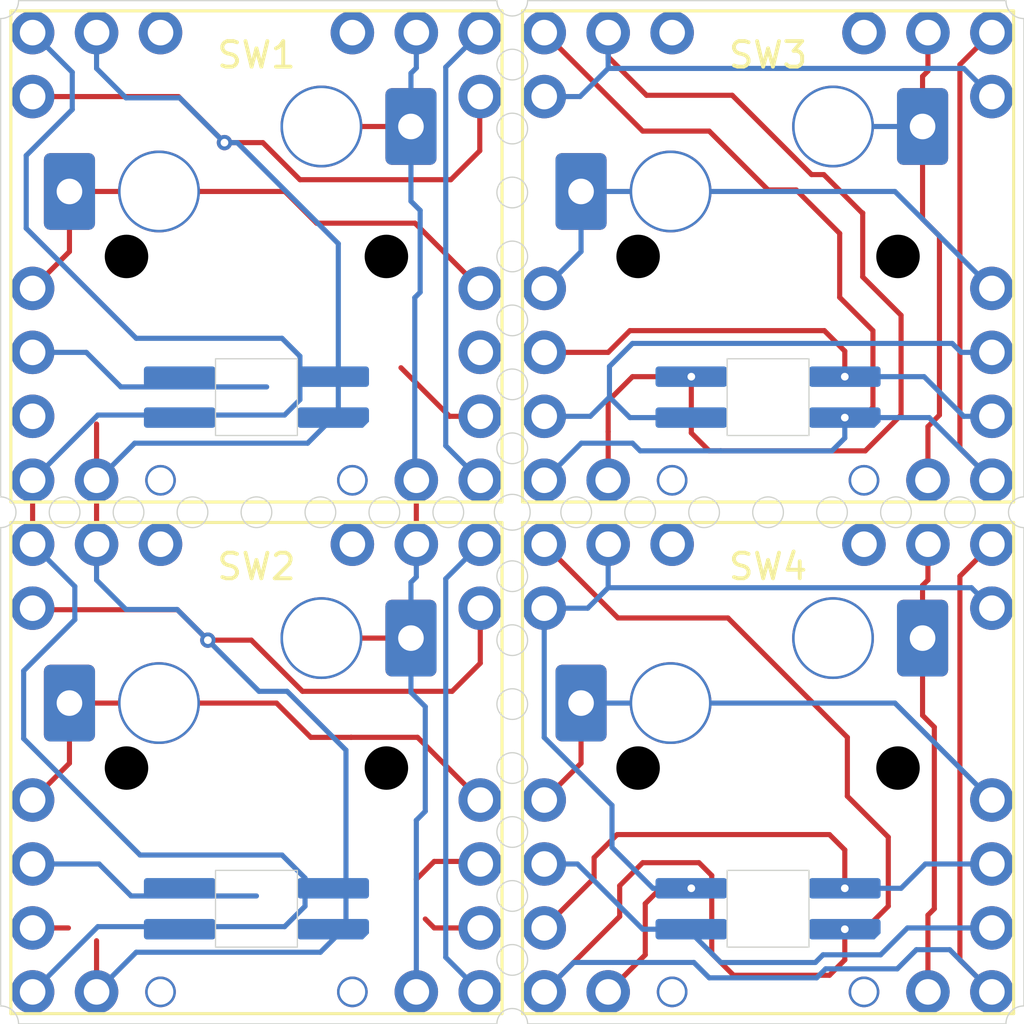
<source format=kicad_pcb>
(kicad_pcb (version 20241229) (generator "pcbnew") (generator_version "9.0")
  (layers (0 "F.Cu" signal) (2 "B.Cu" signal) (13 "F.Paste" user) (15 "B.Paste" user) (5 "F.SilkS" user "F.Silkscreen") (7 "B.SilkS" user "B.Silkscreen") (1 "F.Mask" user) (3 "B.Mask" user) (25 "Edge.Cuts" user))
  (net 0 "")
  (net 1 "Net-(D1-DIN)")
  (net 2 "VCC")
  (net 3 "GND")
  (net 4 "Net-(D1-DOUT)")
  (net 5 "Net-(D2-DOUT)")
  (net 6 "Net-(D2-DIN)")
  (net 7 "unconnected-(SW3-Pad4)")
  (net 8 "unconnected-(SW3-Pad3)")
  (net 9 "Net-(SW1-Pad1)")
  (net 10 "Net-(SW1-Pad2)")
  (net 11 "Net-(SW2-Pad1)")
  (net 12 "Net-(SW3-Pad2)")
  (net 13 "unconnected-(SW4-Pad3)")
  (net 14 "unconnected-(SW4-Pad4)")
  (footprint "mykbd:seat_ltor" (layer "F.Cu") (at 100 100)
    (property "Reference" "SW1" (at 0 -7.874 0) (layer "F.SilkS"))
    (property "Value" "mykbd")
    (fp_line (start -9.6 -9.6) (end 9.6 -9.6) (stroke (width 0.12)) (layer "F.SilkS"))
    (fp_line (start -9.6 9.6) (end -9.6 -9.6) (stroke (width 0.12)) (layer "F.SilkS"))
    (fp_line (start 9.6 -9.6) (end 9.6 9.6) (stroke (width 0.12)) (layer "F.SilkS"))
    (fp_line (start 9.6 9.6) (end -9.6 9.6) (stroke (width 0.12)) (layer "F.SilkS"))
    (fp_rect (start -1.6 4) (end 1.6 7) (stroke (width 0.05)) (fill no) (layer "Edge.Cuts"))
    (pad "" np_thru_hole circle (at -5.08 0) (size 4 4) (drill 1.7) (layers))
    (pad "" np_thru_hole circle (at 0 0) (size 4 4) (drill 4) (layers "*.Cu" "*.Mask"))
    (pad "" np_thru_hole circle (at 5.08 0) (size 4 4) (drill 1.7) (layers))
    (pad "1" thru_hole circle (at -8.75 1.25) (size 1.7 1.7) (drill oval 1) (layers "*.Cu" "*.Mask") (net 9 "Net-(SW1-Pad1)"))
    (pad "1" thru_hole roundrect (at -7.31 -2.54) (size 2 3) (drill 1) (layers "*.Cu" "*.Mask") (roundrect_rratio 0.125) (net 9 "Net-(SW1-Pad1)"))
    (pad "1" thru_hole circle (at -3.81 -2.54) (size 3.2 3.2) (drill 3) (layers "*.Cu" "*.Mask") (net 9 "Net-(SW1-Pad1)"))
    (pad "1" thru_hole circle (at 8.75 1.25) (size 1.7 1.7) (drill oval 1) (layers "*.Cu" "*.Mask") (net 9 "Net-(SW1-Pad1)"))
    (pad "2" thru_hole circle (at 2.54 -5.08) (size 3.2 3.2) (drill 3) (layers "*.Cu" "*.Mask") (net 10 "Net-(SW1-Pad2)"))
    (pad "2" thru_hole roundrect (at 6.04 -5.08) (size 2 3) (drill 1) (layers "*.Cu" "*.Mask") (roundrect_rratio 0.125) (net 10 "Net-(SW1-Pad2)"))
    (pad "2" thru_hole circle (at 6.25 -8.75) (size 1.7 1.7) (drill oval 1) (layers "*.Cu" "*.Mask") (net 10 "Net-(SW1-Pad2)"))
    (pad "2" thru_hole circle (at 6.25 8.75) (size 1.7 1.7) (drill oval 1) (layers "*.Cu" "*.Mask") (net 10 "Net-(SW1-Pad2)"))
    (pad "3" thru_hole circle (at -8.75 3.75) (size 1.7 1.7) (drill oval 1) (layers "*.Cu" "*.Mask") (net 1 "Net-(D1-DIN)"))
    (pad "3" smd roundrect (at 3 4.7) (size 2.8 0.8) (layers "B.Cu" "B.Mask" "B.Paste") (roundrect_rratio 0.15) (net 1 "Net-(D1-DIN)"))
    (pad "3" thru_hole circle (at 8.75 6.25) (size 1.7 1.7) (drill oval 1) (layers "*.Cu" "*.Mask") (net 1 "Net-(D1-DIN)"))
    (pad "4" thru_hole circle (at -8.75 6.25) (size 1.7 1.7) (drill oval 1) (layers "*.Cu" "*.Mask") (net 4 "Net-(D1-DOUT)"))
    (pad "4" smd roundrect (at -3 6.3) (size 2.8 0.8) (layers "B.Cu" "B.Mask" "B.Paste") (roundrect_rratio 0.15) (net 4 "Net-(D1-DOUT)"))
    (pad "4" thru_hole circle (at 8.75 3.75) (size 1.7 1.7) (drill oval 1) (layers "*.Cu" "*.Mask") (net 4 "Net-(D1-DOUT)"))
    (pad "5" thru_hole circle (at -8.75 -6.25) (size 1.7 1.7) (drill oval 1) (layers "*.Cu" "*.Mask") (net 2 "VCC"))
    (pad "5" thru_hole circle (at -6.25 -8.75) (size 1.7 1.7) (drill oval 1) (layers "*.Cu" "*.Mask") (net 2 "VCC"))
    (pad "5" thru_hole circle (at -6.25 8.75) (size 1.7 1.7) (drill oval 1) (layers "*.Cu" "*.Mask") (net 2 "VCC"))
    (pad "5" smd roundrect (at -3 4.7) (size 2.8 0.8) (layers "B.Cu" "B.Mask" "B.Paste") (roundrect_rratio 0.15) (net 2 "VCC"))
    (pad "5" thru_hole circle (at 8.75 -6.25) (size 1.7 1.7) (drill oval 1) (layers "*.Cu" "*.Mask") (net 2 "VCC"))
    (pad "6" thru_hole circle (at -8.75 -8.75) (size 1.7 1.7) (drill oval 1) (layers "*.Cu" "*.Mask") (net 3 "GND"))
    (pad "6" thru_hole circle (at -8.75 8.75) (size 1.7 1.7) (drill oval 1) (layers "*.Cu" "*.Mask") (net 3 "GND"))
    (pad "6" smd roundrect (at 3 6.3) (size 2.8 0.8) (layers "B.Cu" "B.Mask" "B.Paste") (roundrect_rratio 0.15) (chamfer_ratio 0.3) (chamfer bottom_right) (net 3 "GND"))
    (pad "6" thru_hole circle (at 8.75 -8.75) (size 1.7 1.7) (drill oval 1) (layers "*.Cu" "*.Mask") (net 3 "GND"))
    (pad "6" thru_hole circle (at 8.75 8.75) (size 1.7 1.7) (drill oval 1) (layers "*.Cu" "*.Mask") (net 3 "GND"))
    (pad "7" thru_hole circle (at -3.75 -8.75) (size 1.7 1.7) (drill oval 1) (layers "*.Cu" "*.Mask"))
    (pad "7" thru_hole circle (at -3.75 8.75) (size 1.2 1.2) (drill oval 1) (layers "*.Cu" "*.Mask"))
    (pad "8" thru_hole circle (at 3.75 -8.75) (size 1.7 1.7) (drill oval 1) (layers "*.Cu" "*.Mask"))
    (pad "8" thru_hole circle (at 3.75 8.75) (size 1.2 1.2) (drill oval 1) (layers "*.Cu" "*.Mask"))
  )
  (footprint "mykbd:seat_ltor" (layer "F.Cu") (at 120 100)
    (property "Reference" "SW3" (at 0 -7.874 0) (layer "F.SilkS"))
    (property "Value" "mykbd")
    (fp_line (start -9.6 -9.6) (end 9.6 -9.6) (stroke (width 0.12)) (layer "F.SilkS"))
    (fp_line (start -9.6 9.6) (end -9.6 -9.6) (stroke (width 0.12)) (layer "F.SilkS"))
    (fp_line (start 9.6 -9.6) (end 9.6 9.6) (stroke (width 0.12)) (layer "F.SilkS"))
    (fp_line (start 9.6 9.6) (end -9.6 9.6) (stroke (width 0.12)) (layer "F.SilkS"))
    (fp_rect (start -1.6 4) (end 1.6 7) (stroke (width 0.05)) (fill no) (layer "Edge.Cuts"))
    (pad "" np_thru_hole circle (at -5.08 0) (size 4 4) (drill 1.7) (layers))
    (pad "" np_thru_hole circle (at 0 0) (size 4 4) (drill 4) (layers "*.Cu" "*.Mask"))
    (pad "" np_thru_hole circle (at 5.08 0) (size 4 4) (drill 1.7) (layers))
    (pad "1" thru_hole circle (at -8.75 1.25) (size 1.7 1.7) (drill oval 1) (layers "*.Cu" "*.Mask") (net 9 "Net-(SW1-Pad1)"))
    (pad "1" thru_hole roundrect (at -7.31 -2.54) (size 2 3) (drill 1) (layers "*.Cu" "*.Mask") (roundrect_rratio 0.125) (net 9 "Net-(SW1-Pad1)"))
    (pad "1" thru_hole circle (at -3.81 -2.54) (size 3.2 3.2) (drill 3) (layers "*.Cu" "*.Mask") (net 9 "Net-(SW1-Pad1)"))
    (pad "1" thru_hole circle (at 8.75 1.25) (size 1.7 1.7) (drill oval 1) (layers "*.Cu" "*.Mask") (net 9 "Net-(SW1-Pad1)"))
    (pad "2" thru_hole circle (at 2.54 -5.08) (size 3.2 3.2) (drill 3) (layers "*.Cu" "*.Mask") (net 12 "Net-(SW3-Pad2)"))
    (pad "2" thru_hole roundrect (at 6.04 -5.08) (size 2 3) (drill 1) (layers "*.Cu" "*.Mask") (roundrect_rratio 0.125) (net 12 "Net-(SW3-Pad2)"))
    (pad "2" thru_hole circle (at 6.25 -8.75) (size 1.7 1.7) (drill oval 1) (layers "*.Cu" "*.Mask") (net 12 "Net-(SW3-Pad2)"))
    (pad "2" thru_hole circle (at 6.25 8.75) (size 1.7 1.7) (drill oval 1) (layers "*.Cu" "*.Mask") (net 12 "Net-(SW3-Pad2)"))
    (pad "3" thru_hole circle (at -8.75 3.75) (size 1.7 1.7) (drill oval 1) (layers "*.Cu" "*.Mask") (net 8 "unconnected-(SW3-Pad3)"))
    (pad "3" smd roundrect (at 3 4.7) (size 2.8 0.8) (layers "B.Cu" "B.Mask" "B.Paste") (roundrect_rratio 0.15) (net 8 "unconnected-(SW3-Pad3)"))
    (pad "3" thru_hole circle (at 8.75 6.25) (size 1.7 1.7) (drill oval 1) (layers "*.Cu" "*.Mask") (net 8 "unconnected-(SW3-Pad3)"))
    (pad "4" thru_hole circle (at -8.75 6.25) (size 1.7 1.7) (drill oval 1) (layers "*.Cu" "*.Mask") (net 7 "unconnected-(SW3-Pad4)"))
    (pad "4" smd roundrect (at -3 6.3) (size 2.8 0.8) (layers "B.Cu" "B.Mask" "B.Paste") (roundrect_rratio 0.15) (net 7 "unconnected-(SW3-Pad4)"))
    (pad "4" thru_hole circle (at 8.75 3.75) (size 1.7 1.7) (drill oval 1) (layers "*.Cu" "*.Mask") (net 7 "unconnected-(SW3-Pad4)"))
    (pad "5" thru_hole circle (at -8.75 -6.25) (size 1.7 1.7) (drill oval 1) (layers "*.Cu" "*.Mask") (net 2 "VCC"))
    (pad "5" thru_hole circle (at -6.25 -8.75) (size 1.7 1.7) (drill oval 1) (layers "*.Cu" "*.Mask") (net 2 "VCC"))
    (pad "5" thru_hole circle (at -6.25 8.75) (size 1.7 1.7) (drill oval 1) (layers "*.Cu" "*.Mask") (net 2 "VCC"))
    (pad "5" smd roundrect (at -3 4.7) (size 2.8 0.8) (layers "B.Cu" "B.Mask" "B.Paste") (roundrect_rratio 0.15) (net 2 "VCC"))
    (pad "5" thru_hole circle (at 8.75 -6.25) (size 1.7 1.7) (drill oval 1) (layers "*.Cu" "*.Mask") (net 2 "VCC"))
    (pad "6" thru_hole circle (at -8.75 -8.75) (size 1.7 1.7) (drill oval 1) (layers "*.Cu" "*.Mask") (net 3 "GND"))
    (pad "6" thru_hole circle (at -8.75 8.75) (size 1.7 1.7) (drill oval 1) (layers "*.Cu" "*.Mask") (net 3 "GND"))
    (pad "6" smd roundrect (at 3 6.3) (size 2.8 0.8) (layers "B.Cu" "B.Mask" "B.Paste") (roundrect_rratio 0.15) (chamfer_ratio 0.3) (chamfer bottom_right) (net 3 "GND"))
    (pad "6" thru_hole circle (at 8.75 -8.75) (size 1.7 1.7) (drill oval 1) (layers "*.Cu" "*.Mask") (net 3 "GND"))
    (pad "6" thru_hole circle (at 8.75 8.75) (size 1.7 1.7) (drill oval 1) (layers "*.Cu" "*.Mask") (net 3 "GND"))
    (pad "7" thru_hole circle (at -3.75 -8.75) (size 1.7 1.7) (drill oval 1) (layers "*.Cu" "*.Mask"))
    (pad "7" thru_hole circle (at -3.75 8.75) (size 1.2 1.2) (drill oval 1) (layers "*.Cu" "*.Mask"))
    (pad "8" thru_hole circle (at 3.75 -8.75) (size 1.7 1.7) (drill oval 1) (layers "*.Cu" "*.Mask"))
    (pad "8" thru_hole circle (at 3.75 8.75) (size 1.2 1.2) (drill oval 1) (layers "*.Cu" "*.Mask"))
  )
  (footprint "mykbd:seat_rtol" (layer "F.Cu") (at 100 120)
    (property "Reference" "SW2" (at 0 -7.874 0) (layer "F.SilkS"))
    (property "Value" "mykbd")
    (fp_line (start -9.6 -9.6) (end 9.6 -9.6) (stroke (width 0.12)) (layer "F.SilkS"))
    (fp_line (start -9.6 9.6) (end -9.6 -9.6) (stroke (width 0.12)) (layer "F.SilkS"))
    (fp_line (start 9.6 -9.6) (end 9.6 9.6) (stroke (width 0.12)) (layer "F.SilkS"))
    (fp_line (start 9.6 9.6) (end -9.6 9.6) (stroke (width 0.12)) (layer "F.SilkS"))
    (fp_rect (start -1.6 4) (end 1.6 7) (stroke (width 0.05)) (fill no) (layer "Edge.Cuts"))
    (pad "" np_thru_hole circle (at -5.08 0) (size 4 4) (drill 1.7) (layers))
    (pad "" np_thru_hole circle (at 0 0) (size 4 4) (drill 4) (layers "*.Cu" "*.Mask"))
    (pad "" np_thru_hole circle (at 5.08 0) (size 4 4) (drill 1.7) (layers))
    (pad "1" thru_hole circle (at -8.75 1.25) (size 1.7 1.7) (drill oval 1) (layers "*.Cu" "*.Mask") (net 11 "Net-(SW2-Pad1)"))
    (pad "1" thru_hole roundrect (at -7.31 -2.54) (size 2 3) (drill 1) (layers "*.Cu" "*.Mask") (roundrect_rratio 0.125) (net 11 "Net-(SW2-Pad1)"))
    (pad "1" thru_hole circle (at -3.81 -2.54) (size 3.2 3.2) (drill 3) (layers "*.Cu" "*.Mask") (net 11 "Net-(SW2-Pad1)"))
    (pad "1" thru_hole circle (at 8.75 1.25) (size 1.7 1.7) (drill oval 1) (layers "*.Cu" "*.Mask") (net 11 "Net-(SW2-Pad1)"))
    (pad "2" thru_hole circle (at 2.54 -5.08) (size 3.2 3.2) (drill 3) (layers "*.Cu" "*.Mask") (net 10 "Net-(SW1-Pad2)"))
    (pad "2" thru_hole roundrect (at 6.04 -5.08) (size 2 3) (drill 1) (layers "*.Cu" "*.Mask") (roundrect_rratio 0.125) (net 10 "Net-(SW1-Pad2)"))
    (pad "2" thru_hole circle (at 6.25 -8.75) (size 1.7 1.7) (drill oval 1) (layers "*.Cu" "*.Mask") (net 10 "Net-(SW1-Pad2)"))
    (pad "2" thru_hole circle (at 6.25 8.75) (size 1.7 1.7) (drill oval 1) (layers "*.Cu" "*.Mask") (net 10 "Net-(SW1-Pad2)"))
    (pad "3" thru_hole circle (at -8.75 3.75) (size 1.7 1.7) (drill oval 1) (layers "*.Cu" "*.Mask") (net 5 "Net-(D2-DOUT)"))
    (pad "3" smd roundrect (at -3 6.3) (size 2.8 0.8) (layers "B.Cu" "B.Mask" "B.Paste") (roundrect_rratio 0.15) (net 5 "Net-(D2-DOUT)"))
    (pad "3" thru_hole circle (at 8.75 6.25) (size 1.7 1.7) (drill oval 1) (layers "*.Cu" "*.Mask") (net 5 "Net-(D2-DOUT)"))
    (pad "4" thru_hole circle (at -8.75 6.25) (size 1.7 1.7) (drill oval 1) (layers "*.Cu" "*.Mask") (net 6 "Net-(D2-DIN)"))
    (pad "4" smd roundrect (at 3 4.7) (size 2.8 0.8) (layers "B.Cu" "B.Mask" "B.Paste") (roundrect_rratio 0.15) (net 6 "Net-(D2-DIN)"))
    (pad "4" thru_hole circle (at 8.75 3.75) (size 1.7 1.7) (drill oval 1) (layers "*.Cu" "*.Mask") (net 6 "Net-(D2-DIN)"))
    (pad "5" thru_hole circle (at -8.75 -6.25) (size 1.7 1.7) (drill oval 1) (layers "*.Cu" "*.Mask") (net 2 "VCC"))
    (pad "5" thru_hole circle (at -6.25 -8.75) (size 1.7 1.7) (drill oval 1) (layers "*.Cu" "*.Mask") (net 2 "VCC"))
    (pad "5" thru_hole circle (at -6.25 8.75) (size 1.7 1.7) (drill oval 1) (layers "*.Cu" "*.Mask") (net 2 "VCC"))
    (pad "5" smd roundrect (at -3 4.7) (size 2.8 0.8) (layers "B.Cu" "B.Mask" "B.Paste") (roundrect_rratio 0.15) (net 2 "VCC"))
    (pad "5" thru_hole circle (at 8.75 -6.25) (size 1.7 1.7) (drill oval 1) (layers "*.Cu" "*.Mask") (net 2 "VCC"))
    (pad "6" thru_hole circle (at -8.75 -8.75) (size 1.7 1.7) (drill oval 1) (layers "*.Cu" "*.Mask") (net 3 "GND"))
    (pad "6" thru_hole circle (at -8.75 8.75) (size 1.7 1.7) (drill oval 1) (layers "*.Cu" "*.Mask") (net 3 "GND"))
    (pad "6" smd roundrect (at 3 6.3) (size 2.8 0.8) (layers "B.Cu" "B.Mask" "B.Paste") (roundrect_rratio 0.15) (chamfer_ratio 0.3) (chamfer bottom_right) (net 3 "GND"))
    (pad "6" thru_hole circle (at 8.75 -8.75) (size 1.7 1.7) (drill oval 1) (layers "*.Cu" "*.Mask") (net 3 "GND"))
    (pad "6" thru_hole circle (at 8.75 8.75) (size 1.7 1.7) (drill oval 1) (layers "*.Cu" "*.Mask") (net 3 "GND"))
    (pad "7" thru_hole circle (at -3.75 -8.75) (size 1.7 1.7) (drill oval 1) (layers "*.Cu" "*.Mask"))
    (pad "7" thru_hole circle (at -3.75 8.75) (size 1.2 1.2) (drill oval 1) (layers "*.Cu" "*.Mask"))
    (pad "8" thru_hole circle (at 3.75 -8.75) (size 1.7 1.7) (drill oval 1) (layers "*.Cu" "*.Mask"))
    (pad "8" thru_hole circle (at 3.75 8.75) (size 1.2 1.2) (drill oval 1) (layers "*.Cu" "*.Mask"))
  )
  (footprint "mykbd:seat_rtol" (layer "F.Cu") (at 120 120)
    (property "Reference" "SW4" (at 0 -7.874 0) (layer "F.SilkS"))
    (property "Value" "mykbd")
    (fp_line (start -9.6 -9.6) (end 9.6 -9.6) (stroke (width 0.12)) (layer "F.SilkS"))
    (fp_line (start -9.6 9.6) (end -9.6 -9.6) (stroke (width 0.12)) (layer "F.SilkS"))
    (fp_line (start 9.6 -9.6) (end 9.6 9.6) (stroke (width 0.12)) (layer "F.SilkS"))
    (fp_line (start 9.6 9.6) (end -9.6 9.6) (stroke (width 0.12)) (layer "F.SilkS"))
    (fp_rect (start -1.6 4) (end 1.6 7) (stroke (width 0.05)) (fill no) (layer "Edge.Cuts"))
    (pad "" np_thru_hole circle (at -5.08 0) (size 4 4) (drill 1.7) (layers))
    (pad "" np_thru_hole circle (at 0 0) (size 4 4) (drill 4) (layers "*.Cu" "*.Mask"))
    (pad "" np_thru_hole circle (at 5.08 0) (size 4 4) (drill 1.7) (layers))
    (pad "1" thru_hole circle (at -8.75 1.25) (size 1.7 1.7) (drill oval 1) (layers "*.Cu" "*.Mask") (net 11 "Net-(SW2-Pad1)"))
    (pad "1" thru_hole roundrect (at -7.31 -2.54) (size 2 3) (drill 1) (layers "*.Cu" "*.Mask") (roundrect_rratio 0.125) (net 11 "Net-(SW2-Pad1)"))
    (pad "1" thru_hole circle (at -3.81 -2.54) (size 3.2 3.2) (drill 3) (layers "*.Cu" "*.Mask") (net 11 "Net-(SW2-Pad1)"))
    (pad "1" thru_hole circle (at 8.75 1.25) (size 1.7 1.7) (drill oval 1) (layers "*.Cu" "*.Mask") (net 11 "Net-(SW2-Pad1)"))
    (pad "2" thru_hole circle (at 2.54 -5.08) (size 3.2 3.2) (drill 3) (layers "*.Cu" "*.Mask") (net 12 "Net-(SW3-Pad2)"))
    (pad "2" thru_hole roundrect (at 6.04 -5.08) (size 2 3) (drill 1) (layers "*.Cu" "*.Mask") (roundrect_rratio 0.125) (net 12 "Net-(SW3-Pad2)"))
    (pad "2" thru_hole circle (at 6.25 -8.75) (size 1.7 1.7) (drill oval 1) (layers "*.Cu" "*.Mask") (net 12 "Net-(SW3-Pad2)"))
    (pad "2" thru_hole circle (at 6.25 8.75) (size 1.7 1.7) (drill oval 1) (layers "*.Cu" "*.Mask") (net 12 "Net-(SW3-Pad2)"))
    (pad "3" thru_hole circle (at -8.75 3.75) (size 1.7 1.7) (drill oval 1) (layers "*.Cu" "*.Mask") (net 13 "unconnected-(SW4-Pad3)"))
    (pad "3" smd roundrect (at -3 6.3) (size 2.8 0.8) (layers "B.Cu" "B.Mask" "B.Paste") (roundrect_rratio 0.15) (net 13 "unconnected-(SW4-Pad3)"))
    (pad "3" thru_hole circle (at 8.75 6.25) (size 1.7 1.7) (drill oval 1) (layers "*.Cu" "*.Mask") (net 13 "unconnected-(SW4-Pad3)"))
    (pad "4" thru_hole circle (at -8.75 6.25) (size 1.7 1.7) (drill oval 1) (layers "*.Cu" "*.Mask") (net 14 "unconnected-(SW4-Pad4)"))
    (pad "4" smd roundrect (at 3 4.7) (size 2.8 0.8) (layers "B.Cu" "B.Mask" "B.Paste") (roundrect_rratio 0.15) (net 14 "unconnected-(SW4-Pad4)"))
    (pad "4" thru_hole circle (at 8.75 3.75) (size 1.7 1.7) (drill oval 1) (layers "*.Cu" "*.Mask") (net 14 "unconnected-(SW4-Pad4)"))
    (pad "5" thru_hole circle (at -8.75 -6.25) (size 1.7 1.7) (drill oval 1) (layers "*.Cu" "*.Mask") (net 2 "VCC"))
    (pad "5" thru_hole circle (at -6.25 -8.75) (size 1.7 1.7) (drill oval 1) (layers "*.Cu" "*.Mask") (net 2 "VCC"))
    (pad "5" thru_hole circle (at -6.25 8.75) (size 1.7 1.7) (drill oval 1) (layers "*.Cu" "*.Mask") (net 2 "VCC"))
    (pad "5" smd roundrect (at -3 4.7) (size 2.8 0.8) (layers "B.Cu" "B.Mask" "B.Paste") (roundrect_rratio 0.15) (net 2 "VCC"))
    (pad "5" thru_hole circle (at 8.75 -6.25) (size 1.7 1.7) (drill oval 1) (layers "*.Cu" "*.Mask") (net 2 "VCC"))
    (pad "6" thru_hole circle (at -8.75 -8.75) (size 1.7 1.7) (drill oval 1) (layers "*.Cu" "*.Mask") (net 3 "GND"))
    (pad "6" thru_hole circle (at -8.75 8.75) (size 1.7 1.7) (drill oval 1) (layers "*.Cu" "*.Mask") (net 3 "GND"))
    (pad "6" smd roundrect (at 3 6.3) (size 2.8 0.8) (layers "B.Cu" "B.Mask" "B.Paste") (roundrect_rratio 0.15) (chamfer_ratio 0.3) (chamfer bottom_right) (net 3 "GND"))
    (pad "6" thru_hole circle (at 8.75 -8.75) (size 1.7 1.7) (drill oval 1) (layers "*.Cu" "*.Mask") (net 3 "GND"))
    (pad "6" thru_hole circle (at 8.75 8.75) (size 1.7 1.7) (drill oval 1) (layers "*.Cu" "*.Mask") (net 3 "GND"))
    (pad "7" thru_hole circle (at -3.75 -8.75) (size 1.7 1.7) (drill oval 1) (layers "*.Cu" "*.Mask"))
    (pad "7" thru_hole circle (at -3.75 8.75) (size 1.2 1.2) (drill oval 1) (layers "*.Cu" "*.Mask"))
    (pad "8" thru_hole circle (at 3.75 -8.75) (size 1.7 1.7) (drill oval 1) (layers "*.Cu" "*.Mask"))
    (pad "8" thru_hole circle (at 3.75 8.75) (size 1.2 1.2) (drill oval 1) (layers "*.Cu" "*.Mask"))
  )
  (gr_line (start 129.3 130) (end 110.6 130) (stroke (width 0.05)) (layer "Edge.Cuts"))
  (gr_line (start 130 110.6) (end 130 129.3) (stroke (width 0.05)) (layer "Edge.Cuts"))
  (gr_circle (center 110 127.5) (end 110 126.9) (stroke (width 0.05)) (fill no) (layer "Edge.Cuts"))
  (gr_arc (start 110.6 90) (mid 110 90.6) (end 109.4 90) (stroke (width 0.05)) (layer "Edge.Cuts"))
  (gr_circle (center 110 125) (end 110 124.4) (stroke (width 0.05)) (fill no) (layer "Edge.Cuts"))
  (gr_circle (center 110 112.5) (end 110 111.9) (stroke (width 0.05)) (fill no) (layer "Edge.Cuts"))
  (gr_line (start 109.4 130) (end 90.7 130) (stroke (width 0.05)) (layer "Edge.Cuts"))
  (gr_circle (center 97.5 110) (end 98.1 110) (stroke (width 0.05)) (fill no) (layer "Edge.Cuts"))
  (gr_circle (center 110 100) (end 110 100.6) (stroke (width 0.05)) (fill no) (layer "Edge.Cuts"))
  (gr_circle (center 117.5 110) (end 118.1 110) (stroke (width 0.05)) (fill no) (layer "Edge.Cuts"))
  (gr_circle (center 110 120) (end 110 119.4) (stroke (width 0.05)) (fill no) (layer "Edge.Cuts"))
  (gr_line (start 111.5 90) (end 129.3 90) (stroke (width 0.05)) (layer "Edge.Cuts"))
  (gr_circle (center 127.5 110) (end 128.1 110) (stroke (width 0.05)) (fill no) (layer "Edge.Cuts"))
  (gr_line (start 110.6 90) (end 111.5 90) (stroke (width 0.05)) (layer "Edge.Cuts"))
  (gr_circle (center 110 97.5) (end 110 98.1) (stroke (width 0.05)) (fill no) (layer "Edge.Cuts"))
  (gr_circle (center 102.5 110) (end 103.1 110) (stroke (width 0.05)) (fill no) (layer "Edge.Cuts"))
  (gr_circle (center 110 105) (end 110 105.6) (stroke (width 0.05)) (fill no) (layer "Edge.Cuts"))
  (gr_arc (start 109.4 130) (mid 110 129.4) (end 110.6 130) (stroke (width 0.05)) (layer "Edge.Cuts"))
  (gr_circle (center 122.5 110) (end 123.1 110) (stroke (width 0.05)) (fill no) (layer "Edge.Cuts"))
  (gr_circle (center 110 95) (end 110 95.6) (stroke (width 0.05)) (fill no) (layer "Edge.Cuts"))
  (gr_arc (start 90.7 90) (mid 90.494975 90.494975) (end 90 90.7) (stroke (width 0.05)) (layer "Edge.Cuts"))
  (gr_arc (start 129.3 130) (mid 129.505025 129.505025) (end 130 129.3) (stroke (width 0.05)) (layer "Edge.Cuts"))
  (gr_line (start 130 90.7) (end 130 109.4) (stroke (width 0.05)) (layer "Edge.Cuts"))
  (gr_circle (center 110 107.5) (end 110 108.1) (stroke (width 0.05)) (fill no) (layer "Edge.Cuts"))
  (gr_circle (center 120 110) (end 120.6 110) (stroke (width 0.05)) (fill no) (layer "Edge.Cuts"))
  (gr_circle (center 112.5 110) (end 113.1 110) (stroke (width 0.05)) (fill no) (layer "Edge.Cuts"))
  (gr_circle (center 105 110) (end 105.6 110) (stroke (width 0.05)) (fill no) (layer "Edge.Cuts"))
  (gr_arc (start 130 110.6) (mid 129.4 110) (end 130 109.4) (stroke (width 0.05)) (layer "Edge.Cuts"))
  (gr_circle (center 107.5 110) (end 108.1 110) (stroke (width 0.05)) (fill no) (layer "Edge.Cuts"))
  (gr_line (start 90 110.6) (end 90 129.3) (stroke (width 0.05)) (layer "Edge.Cuts"))
  (gr_line (start 108.5 90) (end 109.4 90) (stroke (width 0.05)) (layer "Edge.Cuts"))
  (gr_circle (center 110 117.5) (end 110 116.9) (stroke (width 0.05)) (fill no) (layer "Edge.Cuts"))
  (gr_line (start 90 109.4) (end 90 90.7) (stroke (width 0.05)) (layer "Edge.Cuts"))
  (gr_line (start 90.7 90) (end 108.5 90) (stroke (width 0.05)) (layer "Edge.Cuts"))
  (gr_circle (center 115 110) (end 115.6 110) (stroke (width 0.05)) (fill no) (layer "Edge.Cuts"))
  (gr_circle (center 125 110) (end 125.6 110) (stroke (width 0.05)) (fill no) (layer "Edge.Cuts"))
  (gr_circle (center 92.5 110) (end 93.1 110) (stroke (width 0.05)) (fill no) (layer "Edge.Cuts"))
  (gr_arc (start 90 109.4) (mid 90.6 110) (end 90 110.6) (stroke (width 0.05)) (layer "Edge.Cuts"))
  (gr_circle (center 100 110) (end 100.6 110) (stroke (width 0.05)) (fill no) (layer "Edge.Cuts"))
  (gr_circle (center 110 92.5) (end 110 93.1) (stroke (width 0.05)) (fill no) (layer "Edge.Cuts"))
  (gr_arc (start 90 129.3) (mid 90.494975 129.505025) (end 90.7 130) (stroke (width 0.05)) (layer "Edge.Cuts"))
  (gr_arc (start 130 90.7) (mid 129.505025 90.494975) (end 129.3 90) (stroke (width 0.05)) (layer "Edge.Cuts"))
  (gr_circle (center 110 115) (end 110 114.4) (stroke (width 0.05)) (fill no) (layer "Edge.Cuts"))
  (gr_circle (center 110 110) (end 110.7 110) (stroke (width 0.05)) (fill no) (layer "Edge.Cuts"))
  (gr_circle (center 110 122.5) (end 110 121.9) (stroke (width 0.05)) (fill no) (layer "Edge.Cuts"))
  (gr_circle (center 95 110) (end 95.6 110) (stroke (width 0.05)) (fill no) (layer "Edge.Cuts"))
  (gr_circle (center 110 102.5) (end 110 103.1) (stroke (width 0.05)) (fill no) (layer "Edge.Cuts"))
  (segment (start 105.65 104.35) (end 107.55 106.25) (width 0.2) (layer "F.Cu") (net 1))
  (segment (start 107.55 106.25) (end 108.75 106.25) (width 0.2) (layer "F.Cu") (net 1))
  (segment (start 93.35 103.75) (end 94.7 105.1) (width 0.2) (layer "B.Cu") (net 1))
  (segment (start 94.7 105.1) (end 100.4 105.1) (width 0.2) (layer "B.Cu") (net 1))
  (segment (start 91.25 103.75) (end 93.35 103.75) (width 0.2) (layer "B.Cu") (net 1))
  (segment (start 117.7 107.6) (end 123.8 107.6) (width 0.2) (layer "F.Cu") (net 2))
  (segment (start 122.179 96.8) (end 121.7 96.8) (width 0.2) (layer "F.Cu") (net 2))
  (segment (start 93.75 128.75) (end 93.75 126.75) (width 0.2) (layer "F.Cu") (net 2))
  (segment (start 98.75 95.55) (end 100.25 95.55) (width 0.2) (layer "F.Cu") (net 2))
  (segment (start 107.65 117) (end 108.75 115.9) (width 0.2) (layer "F.Cu") (net 2))
  (segment (start 117 124.7) (end 115.8 124.7) (width 0.2) (layer "F.Cu") (net 2))
  (segment (start 101.7 97) (end 107.6 97) (width 0.2) (layer "F.Cu") (net 2))
  (segment (start 115.2 125.3) (end 115.2 127.3) (width 0.2) (layer "F.Cu") (net 2))
  (segment (start 113.75 105.65) (end 113.75 106.85) (width 0.2) (layer "F.Cu") (net 2))
  (segment (start 108.75 115.9) (end 108.75 113.75) (width 0.2) (layer "F.Cu") (net 2))
  (segment (start 117 104.7) (end 114.7 104.7) (width 0.2) (layer "F.Cu") (net 2))
  (segment (start 100.25 95.55) (end 101.7 97) (width 0.2) (layer "F.Cu") (net 2))
  (segment (start 115.8 124.7) (end 115.2 125.3) (width 0.2) (layer "F.Cu") (net 2))
  (segment (start 125.2 102.3) (end 123.7 100.8) (width 0.2) (layer "F.Cu") (net 2))
  (segment (start 107.6 97) (end 108.73 95.87) (width 0.2) (layer "F.Cu") (net 2))
  (segment (start 118.6 93.7) (end 115.25 93.7) (width 0.2) (layer "F.Cu") (net 2))
  (segment (start 96.91 113.81) (end 98.1 115) (width 0.2) (layer "F.Cu") (net 2))
  (segment (start 113.75 92.2) (end 113.75 91.25) (width 0.2) (layer "F.Cu") (net 2))
  (segment (start 125.2 106.2) (end 125.2 102.3) (width 0.2) (layer "F.Cu") (net 2))
  (segment (start 96.95 93.75) (end 91.25 93.75) (width 0.2) (layer "F.Cu") (net 2))
  (segment (start 91.27 113.81) (end 96.91 113.81) (width 0.2) (layer "F.Cu") (net 2))
  (segment (start 123.7 100.8) (end 123.7 98.3) (width 0.2) (layer "F.Cu") (net 2))
  (segment (start 123.7 98.3) (end 123.679 98.3) (width 0.2) (layer "F.Cu") (net 2))
  (segment (start 98.75 95.55) (end 96.95 93.75) (width 0.2) (layer "F.Cu") (net 2))
  (segment (start 123.679 98.3) (end 122.179 96.8) (width 0.2) (layer "F.Cu") (net 2))
  (segment (start 114.7 104.7) (end 113.75 105.65) (width 0.2) (layer "F.Cu") (net 2))
  (segment (start 121.7 96.8) (end 118.6 93.7) (width 0.2) (layer "F.Cu") (net 2))
  (segment (start 93.75 106.55) (end 93.75 111.25) (width 0.2) (layer "F.Cu") (net 2))
  (segment (start 123.8 107.6) (end 125.2 106.2) (width 0.2) (layer "F.Cu") (net 2))
  (segment (start 117 104.7) (end 117 106.9) (width 0.2) (layer "F.Cu") (net 2))
  (segment (start 98.1 115) (end 99.8 115) (width 0.2) (layer "F.Cu") (net 2))
  (segment (start 101.8 117) (end 107.65 117) (width 0.2) (layer "F.Cu") (net 2))
  (segment (start 115.2 127.3) (end 113.75 128.75) (width 0.2) (layer "F.Cu") (net 2))
  (segment (start 108.73 93.77) (end 108.75 93.75) (width 0.2) (layer "F.Cu") (net 2))
  (segment (start 115.25 93.7) (end 113.75 92.2) (width 0.2) (layer "F.Cu") (net 2))
  (segment (start 113.75 108.75) (end 113.75 106.85) (width 0.2) (layer "F.Cu") (net 2))
  (segment (start 108.73 95.87) (end 108.73 93.77) (width 0.2) (layer "F.Cu") (net 2))
  (segment (start 117 106.9) (end 117.7 107.6) (width 0.2) (layer "F.Cu") (net 2))
  (segment (start 99.8 115) (end 101.8 117) (width 0.2) (layer "F.Cu") (net 2))
  (via (at 117 124.7) (size 0.6) (drill 0.3) (layers "F.Cu" "B.Cu") (net 2))
  (via (at 98.1 115) (size 0.6) (drill 0.3) (layers "F.Cu" "B.Cu") (net 2))
  (via (at 117 104.7) (size 0.6) (drill 0.3) (layers "F.Cu" "B.Cu") (net 2))
  (via (at 98.75 95.55) (size 0.6) (drill 0.3) (layers "F.Cu" "B.Cu") (net 2))
  (segment (start 93.75 112.65) (end 93.75 111.25) (width 0.2) (layer "B.Cu") (net 2))
  (segment (start 113.75 112.95) (end 127.95 112.95) (width 0.2) (layer "B.Cu") (net 2))
  (segment (start 103.5 119.3) (end 101.2 117) (width 0.2) (layer "B.Cu") (net 2))
  (segment (start 127.95 112.95) (end 128.75 113.75) (width 0.2) (layer "B.Cu") (net 2))
  (segment (start 127.65 92.65) (end 128.75 93.75) (width 0.2) (layer "B.Cu") (net 2))
  (segment (start 111.25 118.80616) (end 111.25 113.75) (width 0.2) (layer "B.Cu") (net 2))
  (segment (start 98.75 95.55) (end 97 93.8) (width 0.2) (layer "B.Cu") (net 2))
  (segment (start 95.3 127.2) (end 102.5 127.2) (width 0.2) (layer "B.Cu") (net 2))
  (segment (start 97 93.8) (end 94.9 93.8) (width 0.2) (layer "B.Cu") (net 2))
  (segment (start 102.5 127.2) (end 103.5 126.2) (width 0.2) (layer "B.Cu") (net 2))
  (segment (start 103.2 106.1) (end 102 107.3) (width 0.2) (layer "B.Cu") (net 2))
  (segment (start 115.5 124.7) (end 113.9 123.1) (width 0.2) (layer "B.Cu") (net 2))
  (segment (start 101.2 117) (end 100.1 117) (width 0.2) (layer "B.Cu") (net 2))
  (segment (start 111.25 93.75) (end 112.65 93.75) (width 0.2) (layer "B.Cu") (net 2))
  (segment (start 113.75 92.65) (end 127.65 92.65) (width 0.2) (layer "B.Cu") (net 2))
  (segment (start 94.9 93.8) (end 93.75 92.65) (width 0.2) (layer "B.Cu") (net 2))
  (segment (start 113.75 91.25) (end 113.75 92.3) (width 0.2) (layer "B.Cu") (net 2))
  (segment (start 113.75 111.25) (end 113.75 112.95) (width 0.2) (layer "B.Cu") (net 2))
  (segment (start 113.75 112.95) (end 112.95 113.75) (width 0.2) (layer "B.Cu") (net 2))
  (segment (start 94.9 113.8) (end 93.75 112.65) (width 0.2) (layer "B.Cu") (net 2))
  (segment (start 117 124.7) (end 115.5 124.7) (width 0.2) (layer "B.Cu") (net 2))
  (segment (start 102 107.3) (end 95.24 107.3) (width 0.2) (layer "B.Cu") (net 2))
  (segment (start 112.95 113.75) (end 111.25 113.75) (width 0.2) (layer "B.Cu") (net 2))
  (segment (start 95.24 107.3) (end 93.81 108.73) (width 0.2) (layer "B.Cu") (net 2))
  (segment (start 112.65 93.75) (end 113.75 92.65) (width 0.2) (layer "B.Cu") (net 2))
  (segment (start 103.2 99.5) (end 103.2 106.1) (width 0.2) (layer "B.Cu") (net 2))
  (segment (start 93.75 128.75) (end 95.3 127.2) (width 0.2) (layer "B.Cu") (net 2))
  (segment (start 103.5 126.2) (end 103.5 119.3) (width 0.2) (layer "B.Cu") (net 2))
  (segment (start 98.75 95.55) (end 99.25 95.55) (width 0.2) (layer "B.Cu") (net 2))
  (segment (start 96.9 113.8) (end 94.9 113.8) (width 0.2) (layer "B.Cu") (net 2))
  (segment (start 100.1 117) (end 96.9 113.8) (width 0.2) (layer "B.Cu") (net 2))
  (segment (start 99.25 95.55) (end 103.2 99.5) (width 0.2) (layer "B.Cu") (net 2))
  (segment (start 113.75 92.65) (end 113.75 91.25) (width 0.2) (layer "B.Cu") (net 2))
  (segment (start 93.75 92.65) (end 93.75 91.25) (width 0.2) (layer "B.Cu") (net 2))
  (segment (start 113.9 123.1) (end 113.9 121.45616) (width 0.2) (layer "B.Cu") (net 2))
  (segment (start 113.9 121.45616) (end 111.25 118.80616) (width 0.2) (layer "B.Cu") (net 2))
  (segment (start 115.1 123.7) (end 117.3 123.7) (width 0.2) (layer "F.Cu") (net 3))
  (segment (start 123.1 118.8) (end 118.43258 114.13258) (width 0.2) (layer "F.Cu") (net 3))
  (segment (start 118.43258 114.13258) (end 114.13258 114.13258) (width 0.2) (layer "F.Cu") (net 3))
  (segment (start 120 97.4) (end 121.1 97.4) (width 0.2) (layer "F.Cu") (net 3))
  (segment (start 111.25 128.75) (end 114.2 125.8) (width 0.2) (layer "F.Cu") (net 3))
  (segment (start 124.7 122.7) (end 123.1 121.1) (width 0.2) (layer "F.Cu") (net 3))
  (segment (start 124.1 102.9) (end 124.1 105.9) (width 0.2) (layer "F.Cu") (net 3))
  (segment (start 122.4 128.1) (end 123 127.5) (width 0.2) (layer "F.Cu") (net 3))
  (segment (start 123 127.5) (end 123 126.3) (width 0.2) (layer "F.Cu") (net 3))
  (segment (start 117.799 124.199) (end 117.799 127.248942) (width 0.2) (layer "F.Cu") (net 3))
  (segment (start 123.7 106.3) (end 123 106.3) (width 0.2) (layer "F.Cu") (net 3))
  (segment (start 123.8 126.3) (end 124.7 125.4) (width 0.2) (layer "F.Cu") (net 3))
  (segment (start 117.7 95.1) (end 120 97.4) (width 0.2) (layer "F.Cu") (net 3))
  (segment (start 123 126.3) (end 123.8 126.3) (width 0.2) (layer "F.Cu") (net 3))
  (segment (start 91.25 108.75) (end 91.25 111.25) (width 0.2) (layer "F.Cu") (net 3))
  (segment (start 127.5 92.5) (end 127.5 107.5) (width 0.2) (layer "F.Cu") (net 3))
  (segment (start 111.25 91.25) (end 115.1 95.1) (width 0.2) (layer "F.Cu") (net 3))
  (segment (start 127.5 112.5) (end 127.5 127.5) (width 0.2) (layer "F.Cu") (net 3))
  (segment (start 127.5 107.5) (end 128.75 108.75) (width 0.2) (layer "F.Cu") (net 3))
  (segment (start 117.799 127.248942) (end 118.650058 128.1) (width 0.2) (layer "F.Cu") (net 3))
  (segment (start 114.2 125.8) (end 114.2 124.6) (width 0.2) (layer "F.Cu") (net 3))
  (segment (start 124.1 105.9) (end 123.7 106.3) (width 0.2) (layer "F.Cu") (net 3))
  (segment (start 121.1 97.4) (end 122.8 99.1) (width 0.2) (layer "F.Cu") (net 3))
  (segment (start 122.8 101.6) (end 124.1 102.9) (width 0.2) (layer "F.Cu") (net 3))
  (segment (start 114.13258 114.13258) (end 111.25 111.25) (width 0.2) (layer "F.Cu") (net 3))
  (segment (start 127.5 127.5) (end 128.73 128.73) (width 0.2) (layer "F.Cu") (net 3))
  (segment (start 128.75 91.25) (end 127.5 92.5) (width 0.2) (layer "F.Cu") (net 3))
  (segment (start 128.73 111.27) (end 127.5 112.5) (width 0.2) (layer "F.Cu") (net 3))
  (segment (start 114.2 124.6) (end 115.1 123.7) (width 0.2) (layer "F.Cu") (net 3))
  (segment (start 115.1 95.1) (end 117.7 95.1) (width 0.2) (layer "F.Cu") (net 3))
  (segment (start 117.3 123.7) (end 117.799 124.199) (width 0.2) (layer "F.Cu") (net 3))
  (segment (start 123.1 121.1) (end 123.1 118.8) (width 0.2) (layer "F.Cu") (net 3))
  (segment (start 124.7 125.4) (end 124.7 122.7) (width 0.2) (layer "F.Cu") (net 3))
  (segment (start 122.8 99.1) (end 122.8 101.6) (width 0.2) (layer "F.Cu") (net 3))
  (segment (start 118.650058 128.1) (end 122.4 128.1) (width 0.2) (layer "F.Cu") (net 3))
  (via (at 123 126.3) (size 0.6) (drill 0.3) (layers "F.Cu" "B.Cu") (net 3))
  (via (at 123 106.3) (size 0.6) (drill 0.3) (layers "F.Cu" "B.Cu") (net 3))
  (segment (start 111.25 128.75) (end 112.401 127.599) (width 0.2) (layer "B.Cu") (net 3))
  (segment (start 101.7 105.6) (end 101.7 103.9) (width 0.2) (layer "B.Cu") (net 3))
  (segment (start 93.8 126.2) (end 101.1 126.2) (width 0.2) (layer "B.Cu") (net 3))
  (segment (start 101.1 126.2) (end 101.9 125.4) (width 0.2) (layer "B.Cu") (net 3))
  (segment (start 107.4 92.6) (end 108.75 91.25) (width 0.2) (layer "B.Cu") (net 3))
  (segment (start 108.73 108.73) (end 107.4 107.4) (width 0.2) (layer "B.Cu") (net 3))
  (segment (start 101.9 125.4) (end 101.9 124.3) (width 0.2) (layer "B.Cu") (net 3))
  (segment (start 101.1 106.2) (end 101.7 105.6) (width 0.2) (layer "B.Cu") (net 3))
  (segment (start 92.8 92.8) (end 91.27 91.27) (width 0.2) (layer "B.Cu") (net 3))
  (segment (start 125.051 127.849) (end 125.8 127.1) (width 0.2) (layer "B.Cu") (net 3))
  (segment (start 101 123.4) (end 95.45 123.4) (width 0.2) (layer "B.Cu") (net 3))
  (segment (start 122.499 107.601) (end 123 107.1) (width 0.2) (layer "B.Cu") (net 3))
  (segment (start 125.8 127.1) (end 127.1 127.1) (width 0.2) (layer "B.Cu") (net 3))
  (segment (start 91.27 108.73) (end 93.8 106.2) (width 0.2) (layer "B.Cu") (net 3))
  (segment (start 93.8 106.2) (end 101.1 106.2) (width 0.2) (layer "B.Cu") (net 3))
  (segment (start 91.27 128.73) (end 93.8 126.2) (width 0.2) (layer "B.Cu") (net 3))
  (segment (start 92.9 112.9) (end 91.27 111.27) (width 0.2) (layer "B.Cu") (net 3))
  (segment (start 114.701 107.3) (end 115 107.599) (width 0.2) (layer "B.Cu") (net 3))
  (segment (start 118.149058 107.599) (end 118.151058 107.601) (width 0.2) (layer "B.Cu") (net 3))
  (segment (start 107.4 107.4) (end 107.4 92.6) (width 0.2) (layer "B.Cu") (net 3))
  (segment (start 91 96.05507) (end 92.8 94.25507) (width 0.2) (layer "B.Cu") (net 3))
  (segment (start 95.45 123.4) (end 90.9 118.85) (width 0.2) (layer "B.Cu") (net 3))
  (segment (start 115 107.599) (end 118.149058 107.599) (width 0.2) (layer "B.Cu") (net 3))
  (segment (start 118.151058 107.601) (end 122.499 107.601) (width 0.2) (layer "B.Cu") (net 3))
  (segment (start 127.1 127.1) (end 128.75 128.75) (width 0.2) (layer "B.Cu") (net 3))
  (segment (start 126.3 106.3) (end 123 106.3) (width 0.2) (layer "B.Cu") (net 3))
  (segment (start 122.251 127.849) (end 125.051 127.849) (width 0.2) (layer "B.Cu") (net 3))
  (segment (start 101 103.2) (end 95.3 103.2) (width 0.2) (layer "B.Cu") (net 3))
  (segment (start 92.9 114.2) (end 92.9 112.9) (width 0.2) (layer "B.Cu") (net 3))
  (segment (start 112.7 107.3) (end 114.701 107.3) (width 0.2) (layer "B.Cu") (net 3))
  (segment (start 90.9 118.85) (end 90.9 116.2) (width 0.2) (layer "B.Cu") (net 3))
  (segment (start 101.9 124.3) (end 101 123.4) (width 0.2) (layer "B.Cu") (net 3))
  (segment (start 101.7 103.9) (end 101 103.2) (width 0.2) (layer "B.Cu") (net 3))
  (segment (start 108.73 111.27) (end 107.4 112.6) (width 0.2) (layer "B.Cu") (net 3))
  (segment (start 117.099 127.599) (end 117.7 128.2) (width 0.2) (layer "B.Cu") (net 3))
  (segment (start 107.4 127.4) (end 108.73 128.73) (width 0.2) (layer "B.Cu") (net 3))
  (segment (start 91 98.9) (end 91 96.05507) (width 0.2) (layer "B.Cu") (net 3))
  (segment (start 90.9 116.2) (end 92.9 114.2) (width 0.2) (layer "B.Cu") (net 3))
  (segment (start 121.9 128.2) (end 122.251 127.849) (width 0.2) (layer "B.Cu") (net 3))
  (segment (start 107.4 112.6) (end 107.4 127.4) (width 0.2) (layer "B.Cu") (net 3))
  (segment (start 123 107.1) (end 123 106.3) (width 0.2) (layer "B.Cu") (net 3))
  (segment (start 128.75 108.75) (end 126.3 106.3) (width 0.2) (layer "B.Cu") (net 3))
  (segment (start 117.7 128.2) (end 121.9 128.2) (width 0.2) (layer "B.Cu") (net 3))
  (segment (start 112.401 127.599) (end 117.099 127.599) (width 0.2) (layer "B.Cu") (net 3))
  (segment (start 92.8 94.25507) (end 92.8 92.8) (width 0.2) (layer "B.Cu") (net 3))
  (segment (start 95.3 103.2) (end 91 98.9) (width 0.2) (layer "B.Cu") (net 3))
  (segment (start 111.25 108.75) (end 112.7 107.3) (width 0.2) (layer "B.Cu") (net 3))
  (segment (start 106.6 125.9) (end 106.95 126.25) (width 0.2) (layer "F.Cu") (net 5))
  (segment (start 106.95 126.25) (end 108.75 126.25) (width 0.2) (layer "F.Cu") (net 5))
  (segment (start 95.1 125) (end 93.85 123.75) (width 0.2) (layer "B.Cu") (net 5))
  (segment (start 100 125) (end 95.1 125) (width 0.2) (layer "B.Cu") (net 5))
  (segment (start 93.85 123.75) (end 91.25 123.75) (width 0.2) (layer "B.Cu") (net 5))
  (segment (start 108.73 123.65) (end 106.95 123.65) (width 0.2) (layer "F.Cu") (net 6))
  (segment (start 91.25 126.25) (end 92.65 126.25) (width 0.2) (layer "F.Cu") (net 6))
  (segment (start 106.95 123.65) (end 106.25 124.35) (width 0.2) (layer "F.Cu") (net 6))
  (segment (start 127.2 103.4) (end 114.7 103.4) (width 0.2) (layer "B.Cu") (net 7))
  (segment (start 128.75 103.75) (end 127.55 103.75) (width 0.2) (layer "B.Cu") (net 7))
  (segment (start 114.7 103.4) (end 113.8 104.3) (width 0.2) (layer "B.Cu") (net 7))
  (segment (start 113.05 106.25) (end 111.25 106.25) (width 0.2) (layer "B.Cu") (net 7))
  (segment (start 127.55 103.75) (end 127.2 103.4) (width 0.2) (layer "B.Cu") (net 7))
  (segment (start 113.8 105.5) (end 113.05 106.25) (width 0.2) (layer "B.Cu") (net 7))
  (segment (start 113.8 105.5) (end 114.6 106.3) (width 0.2) (layer "B.Cu") (net 7))
  (segment (start 114.6 106.3) (end 117 106.3) (width 0.2) (layer "B.Cu") (net 7))
  (segment (start 113.8 104.3) (end 113.8 105.5) (width 0.2) (layer "B.Cu") (net 7))
  (segment (start 111.25 103.75) (end 113.75 103.75) (width 0.2) (layer "F.Cu") (net 8))
  (segment (start 114.6 102.9) (end 122.2 102.9) (width 0.2) (layer "F.Cu") (net 8))
  (segment (start 113.75 103.75) (end 114.6 102.9) (width 0.2) (layer "F.Cu") (net 8))
  (segment (start 122.2 102.9) (end 123 103.7) (width 0.2) (layer "F.Cu") (net 8))
  (segment (start 123 103.7) (end 123 104.7) (width 0.2) (layer "F.Cu") (net 8))
  (via (at 123 104.7) (size 0.6) (drill 0.3) (layers "F.Cu" "B.Cu") (net 8))
  (segment (start 126.1 104.7) (end 127.65 106.25) (width 0.2) (layer "B.Cu") (net 8))
  (segment (start 127.65 106.25) (end 128.75 106.25) (width 0.2) (layer "B.Cu") (net 8))
  (segment (start 123 104.7) (end 126.1 104.7) (width 0.2) (layer "B.Cu") (net 8))
  (segment (start 102.351401 98.7) (end 106.2 98.7) (width 0.2) (layer "F.Cu") (net 9))
  (segment (start 101.111401 97.46) (end 102.351401 98.7) (width 0.2) (layer "F.Cu") (net 9))
  (segment (start 92.69 99.81) (end 92.69 97.46) (width 0.2) (layer "F.Cu") (net 9))
  (segment (start 96.19 97.46) (end 101.111401 97.46) (width 0.2) (layer "F.Cu") (net 9))
  (segment (start 92.69 97.46) (end 96.19 97.46) (width 0.2) (layer "F.Cu") (net 9))
  (segment (start 106.2 98.7) (end 108.75 101.25) (width 0.2) (layer "F.Cu") (net 9))
  (segment (start 91.25 101.25) (end 92.69 99.81) (width 0.2) (layer "F.Cu") (net 9))
  (segment (start 111.25 101.25) (end 112.69 99.81) (width 0.2) (layer "B.Cu") (net 9))
  (segment (start 116.19 97.46) (end 124.96 97.46) (width 0.2) (layer "B.Cu") (net 9))
  (segment (start 112.69 97.46) (end 116.19 97.46) (width 0.2) (layer "B.Cu") (net 9))
  (segment (start 112.69 99.81) (end 112.69 97.46) (width 0.2) (layer "B.Cu") (net 9))
  (segment (start 124.96 97.46) (end 128.75 101.25) (width 0.2) (layer "B.Cu") (net 9))
  (segment (start 102.54 94.92) (end 106.04 94.92) (width 0.2) (layer "F.Cu") (net 10))
  (segment (start 106.25 108.75) (end 106.25 111.21) (width 0.2) (layer "F.Cu") (net 10))
  (segment (start 102.54 114.92) (end 106.54 114.92) (width 0.2) (layer "F.Cu") (net 10))
  (segment (start 106.04 114.92) (end 106.19 115.07) (width 0.2) (layer "B.Cu") (net 10))
  (segment (start 106.19 101.61) (end 106.19 108.73) (width 0.2) (layer "B.Cu") (net 10))
  (segment (start 106.25 112.53) (end 106.04 112.74) (width 0.2) (layer "B.Cu") (net 10))
  (segment (start 106.04 92.84) (end 106.25 92.63) (width 0.2) (layer "B.Cu") (net 10))
  (segment (start 106.25 122.04) (end 106.25 128.75) (width 0.2) (layer "B.Cu") (net 10))
  (segment (start 106.04 94.92) (end 106.04 92.84) (width 0.2) (layer "B.Cu") (net 10))
  (segment (start 106.6 121.69) (end 106.25 122.04) (width 0.2) (layer "B.Cu") (net 10))
  (segment (start 106.25 92.63) (end 106.25 91.25) (width 0.2) (layer "B.Cu") (net 10))
  (segment (start 106.04 112.74) (end 106.04 114.92) (width 0.2) (layer "B.Cu") (net 10))
  (segment (start 106.4 101.4) (end 106.19 101.61) (width 0.2) (layer "B.Cu") (net 10))
  (segment (start 106.4 98.2) (end 106.4 101.4) (width 0.2) (layer "B.Cu") (net 10))
  (segment (start 106.04 117.04) (end 106.6 117.6) (width 0.2) (layer "B.Cu") (net 10))
  (segment (start 106.04 97.84) (end 106.4 98.2) (width 0.2) (layer "B.Cu") (net 10))
  (segment (start 106.25 111.25) (end 106.25 112.53) (width 0.2) (layer "B.Cu") (net 10))
  (segment (start 106.6 117.6) (end 106.6 121.69) (width 0.2) (layer "B.Cu") (net 10))
  (segment (start 106.04 114.92) (end 106.04 117.04) (width 0.2) (layer "B.Cu") (net 10))
  (segment (start 106.04 94.92) (end 106.04 97.84) (width 0.2) (layer "B.Cu") (net 10))
  (segment (start 106.299 118.799) (end 108.75 121.25) (width 0.2) (layer "F.Cu") (net 11))
  (segment (start 111.25 121.25) (end 112.69 119.81) (width 0.2) (layer "F.Cu") (net 11))
  (segment (start 103.7 118.8) (end 103.701 118.799) (width 0.2) (layer "F.Cu") (net 11))
  (segment (start 96.19 117.46) (end 100.784816 117.46) (width 0.2) (layer "F.Cu") (net 11))
  (segment (start 92.69 119.81) (end 92.69 117.46) (width 0.2) (layer "F.Cu") (net 11))
  (segment (start 92.19 117.46) (end 96.19 117.46) (width 0.2) (layer "F.Cu") (net 11))
  (segment (start 103.701 118.799) (end 106.299 118.799) (width 0.2) (layer "F.Cu") (net 11))
  (segment (start 100.784816 117.46) (end 102.124816 118.8) (width 0.2) (layer "F.Cu") (net 11))
  (segment (start 102.124816 118.8) (end 103.7 118.8) (width 0.2) (layer "F.Cu") (net 11))
  (segment (start 112.69 119.81) (end 112.69 117.46) (width 0.2) (layer "F.Cu") (net 11))
  (segment (start 91.25 121.25) (end 92.69 119.81) (width 0.2) (layer "F.Cu") (net 11))
  (segment (start 116.19 117.46) (end 124.96 117.46) (width 0.2) (layer "B.Cu") (net 11))
  (segment (start 124.96 117.46) (end 128.75 121.25) (width 0.2) (layer "B.Cu") (net 11))
  (segment (start 112.69 117.46) (end 116.19 117.46) (width 0.2) (layer "B.Cu") (net 11))
  (segment (start 126.04 112.86) (end 126.04 114.92) (width 0.2) (layer "F.Cu") (net 12))
  (segment (start 126.25 112.65) (end 126.04 112.86) (width 0.2) (layer "F.Cu") (net 12))
  (segment (start 126.04 92.96) (end 126.04 94.92) (width 0.2) (layer "F.Cu") (net 12))
  (segment (start 126.25 125.75) (end 126.25 128.75) (width 0.2) (layer "F.Cu") (net 12))
  (segment (start 126.04 98.54) (end 126.04 94.92) (width 0.2) (layer "F.Cu") (net 12))
  (segment (start 126.5 125.5) (end 126.25 125.75) (width 0.2) (layer "F.Cu") (net 12))
  (segment (start 126.7 99.2) (end 126.04 98.54) (width 0.2) (layer "F.Cu") (net 12))
  (segment (start 126.5 118.4) (end 126.5 125.5) (width 0.2) (layer "F.Cu") (net 12))
  (segment (start 126.04 117.94) (end 126.5 118.4) (width 0.2) (layer "F.Cu") (net 12))
  (segment (start 126.25 108.75) (end 126.25 106.65) (width 0.2) (layer "F.Cu") (net 12))
  (segment (start 126.25 106.65) (end 126.7 106.2) (width 0.2) (layer "F.Cu") (net 12))
  (segment (start 126.25 111.25) (end 126.25 112.65) (width 0.2) (layer "F.Cu") (net 12))
  (segment (start 126.04 114.92) (end 126.04 117.94) (width 0.2) (layer "F.Cu") (net 12))
  (segment (start 126.25 92.75) (end 126.04 92.96) (width 0.2) (layer "F.Cu") (net 12))
  (segment (start 126.25 91.25) (end 126.25 92.75) (width 0.2) (layer "F.Cu") (net 12))
  (segment (start 126.7 106.2) (end 126.7 99.2) (width 0.2) (layer "F.Cu") (net 12))
  (segment (start 122.54 94.92) (end 126.04 94.92) (width 0.2) (layer "B.Cu") (net 12))
  (segment (start 111.25 123.75) (end 112.55 123.75) (width 0.2) (layer "B.Cu") (net 13))
  (segment (start 122.149942 127.3) (end 124.4 127.3) (width 0.2) (layer "B.Cu") (net 13))
  (segment (start 117 126.449942) (end 118.151058 127.601) (width 0.2) (layer "B.Cu") (net 13))
  (segment (start 112.55 123.75) (end 115.1 126.3) (width 0.2) (layer "B.Cu") (net 13))
  (segment (start 118.151058 127.601) (end 121.848942 127.601) (width 0.2) (layer "B.Cu") (net 13))
  (segment (start 121.848942 127.601) (end 122.149942 127.3) (width 0.2) (layer "B.Cu") (net 13))
  (segment (start 115.1 126.3) (end 117 126.3) (width 0.2) (layer "B.Cu") (net 13))
  (segment (start 124.4 127.3) (end 125.45 126.25) (width 0.2) (layer "B.Cu") (net 13))
  (segment (start 117 126.3) (end 117 126.449942) (width 0.2) (layer "B.Cu") (net 13))
  (segment (start 125.45 126.25) (end 128.75 126.25) (width 0.2) (layer "B.Cu") (net 13))
  (segment (start 111.25 126.25) (end 113.2 124.3) (width 0.2) (layer "F.Cu") (net 14))
  (segment (start 114.1 122.6) (end 122.4 122.6) (width 0.2) (layer "F.Cu") (net 14))
  (segment (start 113.2 123.5) (end 114.1 122.6) (width 0.2) (layer "F.Cu") (net 14))
  (segment (start 123 123.2) (end 123 124.7) (width 0.2) (layer "F.Cu") (net 14))
  (segment (start 113.2 124.3) (end 113.2 123.5) (width 0.2) (layer "F.Cu") (net 14))
  (segment (start 122.4 122.6) (end 123 123.2) (width 0.2) (layer "F.Cu") (net 14))
  (via (at 123 124.7) (size 0.6) (drill 0.3) (layers "F.Cu" "B.Cu") (net 14))
  (segment (start 125.2 124.7) (end 126.15 123.75) (width 0.2) (layer "B.Cu") (net 14))
  (segment (start 123 124.7) (end 125.2 124.7) (width 0.2) (layer "B.Cu") (net 14))
  (segment (start 126.15 123.75) (end 128.75 123.75) (width 0.2) (layer "B.Cu") (net 14))
)
</source>
